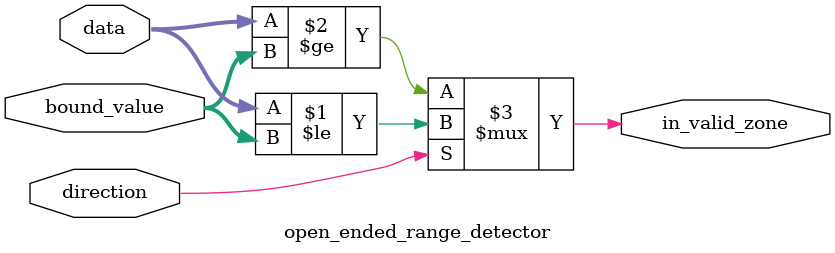
<source format=sv>
module open_ended_range_detector(
    input wire [11:0] data,
    input wire [11:0] bound_value,
    input wire direction, // 0=lower_bound_only, 1=upper_bound_only
    output wire in_valid_zone
);
    // Open-ended range checking (either checks only lower or only upper bound)
    assign in_valid_zone = direction ? (data <= bound_value) : (data >= bound_value);
endmodule
</source>
